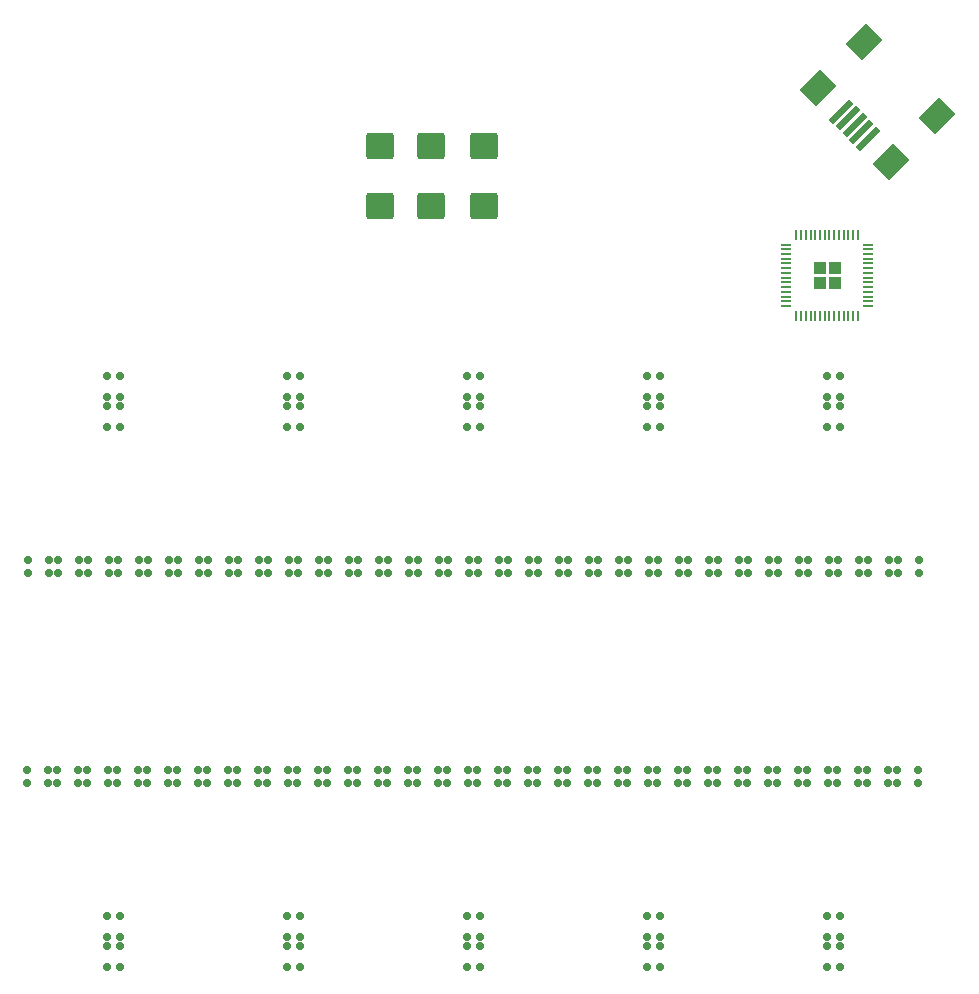
<source format=gtp>
%TF.GenerationSoftware,KiCad,Pcbnew,7.0.5-0*%
%TF.CreationDate,2023-06-16T23:12:01-07:00*%
%TF.ProjectId,Jumperless2,4a756d70-6572-46c6-9573-73322e6b6963,rev?*%
%TF.SameCoordinates,Original*%
%TF.FileFunction,Paste,Top*%
%TF.FilePolarity,Positive*%
%FSLAX46Y46*%
G04 Gerber Fmt 4.6, Leading zero omitted, Abs format (unit mm)*
G04 Created by KiCad (PCBNEW 7.0.5-0) date 2023-06-16 23:12:01*
%MOMM*%
%LPD*%
G01*
G04 APERTURE LIST*
G04 Aperture macros list*
%AMRoundRect*
0 Rectangle with rounded corners*
0 $1 Rounding radius*
0 $2 $3 $4 $5 $6 $7 $8 $9 X,Y pos of 4 corners*
0 Add a 4 corners polygon primitive as box body*
4,1,4,$2,$3,$4,$5,$6,$7,$8,$9,$2,$3,0*
0 Add four circle primitives for the rounded corners*
1,1,$1+$1,$2,$3*
1,1,$1+$1,$4,$5*
1,1,$1+$1,$6,$7*
1,1,$1+$1,$8,$9*
0 Add four rect primitives between the rounded corners*
20,1,$1+$1,$2,$3,$4,$5,0*
20,1,$1+$1,$4,$5,$6,$7,0*
20,1,$1+$1,$6,$7,$8,$9,0*
20,1,$1+$1,$8,$9,$2,$3,0*%
%AMRotRect*
0 Rectangle, with rotation*
0 The origin of the aperture is its center*
0 $1 length*
0 $2 width*
0 $3 Rotation angle, in degrees counterclockwise*
0 Add horizontal line*
21,1,$1,$2,0,0,$3*%
G04 Aperture macros list end*
%ADD10RoundRect,0.150000X0.150000X0.200000X-0.150000X0.200000X-0.150000X-0.200000X0.150000X-0.200000X0*%
%ADD11RoundRect,0.150000X-0.200000X0.150000X-0.200000X-0.150000X0.200000X-0.150000X0.200000X0.150000X0*%
%ADD12RotRect,0.500000X2.500000X135.000000*%
%ADD13RotRect,2.000000X2.500000X135.000000*%
%ADD14RoundRect,0.250000X-0.925000X0.875000X-0.925000X-0.875000X0.925000X-0.875000X0.925000X0.875000X0*%
%ADD15RoundRect,0.250000X-0.292217X-0.292217X0.292217X-0.292217X0.292217X0.292217X-0.292217X0.292217X0*%
%ADD16RoundRect,0.050000X-0.387500X-0.050000X0.387500X-0.050000X0.387500X0.050000X-0.387500X0.050000X0*%
%ADD17RoundRect,0.050000X-0.050000X-0.387500X0.050000X-0.387500X0.050000X0.387500X-0.050000X0.387500X0*%
G04 APERTURE END LIST*
D10*
X95824600Y-151679400D03*
X95824600Y-150579400D03*
X94046600Y-150579400D03*
X94046600Y-151679400D03*
X55110400Y-169458800D03*
X55110400Y-168358800D03*
X53332400Y-168358800D03*
X53332400Y-169458800D03*
X88196800Y-151680600D03*
X88196800Y-150580600D03*
X86418800Y-150580600D03*
X86418800Y-151680600D03*
X100904600Y-151679400D03*
X100904600Y-150579400D03*
X99126600Y-150579400D03*
X99126600Y-151679400D03*
X44950400Y-169458800D03*
X44950400Y-168358800D03*
X43172400Y-168358800D03*
X43172400Y-169458800D03*
X113571400Y-169459400D03*
X113571400Y-168359400D03*
X111793400Y-168359400D03*
X111793400Y-169459400D03*
X52570400Y-169458800D03*
X52570400Y-168358800D03*
X50792400Y-168358800D03*
X50792400Y-169458800D03*
D11*
X61180000Y-137541000D03*
X60080000Y-137541000D03*
X60080000Y-139319000D03*
X61180000Y-139319000D03*
D10*
X47490400Y-169458800D03*
X47490400Y-168358800D03*
X45712400Y-168358800D03*
X45712400Y-169458800D03*
D11*
X91660000Y-180721000D03*
X90560000Y-180721000D03*
X90560000Y-182499000D03*
X91660000Y-182499000D03*
D10*
X67876800Y-151680600D03*
X67876800Y-150580600D03*
X66098800Y-150580600D03*
X66098800Y-151680600D03*
X65329000Y-151680600D03*
X65329000Y-150580600D03*
X63551000Y-150580600D03*
X63551000Y-151680600D03*
D11*
X76420000Y-135001000D03*
X75320000Y-135001000D03*
X75320000Y-136779000D03*
X76420000Y-136779000D03*
D10*
X42410400Y-169458800D03*
X42410400Y-168358800D03*
X40632400Y-168358800D03*
X40632400Y-169458800D03*
D11*
X45939400Y-180721000D03*
X44839400Y-180721000D03*
X44839400Y-182499000D03*
X45939400Y-182499000D03*
D10*
X60240200Y-151680000D03*
X60240200Y-150580000D03*
X58462200Y-150580000D03*
X58462200Y-151680000D03*
X70416800Y-151680600D03*
X70416800Y-150580600D03*
X68638800Y-150580600D03*
X68638800Y-151680600D03*
X108524600Y-151679400D03*
X108524600Y-150579400D03*
X106746600Y-150579400D03*
X106746600Y-151679400D03*
X108491400Y-169459400D03*
X108491400Y-168359400D03*
X106713400Y-168359400D03*
X106713400Y-169459400D03*
D11*
X91660000Y-183261000D03*
X90560000Y-183261000D03*
X90560000Y-185039000D03*
X91660000Y-185039000D03*
X91660000Y-135001000D03*
X90560000Y-135001000D03*
X90560000Y-136779000D03*
X91660000Y-136779000D03*
D10*
X39862600Y-169458800D03*
X39862600Y-168358800D03*
X38084600Y-168358800D03*
X38084600Y-169458800D03*
X57700200Y-151680000D03*
X57700200Y-150580000D03*
X55922200Y-150580000D03*
X55922200Y-151680000D03*
X83067000Y-169460600D03*
X83067000Y-168360600D03*
X81289000Y-168360600D03*
X81289000Y-169460600D03*
D12*
X109294393Y-114913348D03*
X108728708Y-114347663D03*
X108163022Y-113781978D03*
X107597337Y-113216292D03*
X107031652Y-112650607D03*
D13*
X111274292Y-116893247D03*
X115163380Y-113004160D03*
X105051753Y-110670708D03*
X108940840Y-106781620D03*
D10*
X113604600Y-151679400D03*
X113604600Y-150579400D03*
X111826600Y-150579400D03*
X111826600Y-151679400D03*
D11*
X106900000Y-183261000D03*
X105800000Y-183261000D03*
X105800000Y-185039000D03*
X106900000Y-185039000D03*
D10*
X50030400Y-169458800D03*
X50030400Y-168358800D03*
X48252400Y-168358800D03*
X48252400Y-169458800D03*
X39920200Y-151680000D03*
X39920200Y-150580000D03*
X38142200Y-150580000D03*
X38142200Y-151680000D03*
X65278200Y-169459400D03*
X65278200Y-168359400D03*
X63500200Y-168359400D03*
X63500200Y-169459400D03*
X45000200Y-151680000D03*
X45000200Y-150580000D03*
X43222200Y-150580000D03*
X43222200Y-151680000D03*
X85607000Y-169460600D03*
X85607000Y-168360600D03*
X83829000Y-168360600D03*
X83829000Y-169460600D03*
D14*
X67996000Y-115560000D03*
X67996000Y-120660000D03*
X72314000Y-115560000D03*
X72314000Y-120660000D03*
D11*
X106900000Y-180721000D03*
X105800000Y-180721000D03*
X105800000Y-182499000D03*
X106900000Y-182499000D03*
D10*
X52620200Y-151680000D03*
X52620200Y-150580000D03*
X50842200Y-150580000D03*
X50842200Y-151680000D03*
X60190400Y-169458800D03*
X60190400Y-168358800D03*
X58412400Y-168358800D03*
X58412400Y-169458800D03*
D11*
X76420000Y-137541000D03*
X75320000Y-137541000D03*
X75320000Y-139319000D03*
X76420000Y-139319000D03*
D10*
X98331400Y-169459400D03*
X98331400Y-168359400D03*
X96553400Y-168359400D03*
X96553400Y-169459400D03*
X80576800Y-151680600D03*
X80576800Y-150580600D03*
X78798800Y-150580600D03*
X78798800Y-151680600D03*
X77987000Y-169460600D03*
X77987000Y-168360600D03*
X76209000Y-168360600D03*
X76209000Y-169460600D03*
X90736800Y-151679400D03*
X90736800Y-150579400D03*
X88958800Y-150579400D03*
X88958800Y-151679400D03*
X98364600Y-151679400D03*
X98364600Y-150579400D03*
X96586600Y-150579400D03*
X96586600Y-151679400D03*
X83116800Y-151680600D03*
X83116800Y-150580600D03*
X81338800Y-150580600D03*
X81338800Y-151680600D03*
X103411400Y-169459400D03*
X103411400Y-168359400D03*
X101633400Y-168359400D03*
X101633400Y-169459400D03*
X62730400Y-169458800D03*
X62730400Y-168358800D03*
X60952400Y-168358800D03*
X60952400Y-169458800D03*
X88154800Y-169460600D03*
X88154800Y-168360600D03*
X86376800Y-168360600D03*
X86376800Y-169460600D03*
X93251400Y-169459400D03*
X93251400Y-168359400D03*
X91473400Y-168359400D03*
X91473400Y-169459400D03*
X67827000Y-169460600D03*
X67827000Y-168360600D03*
X66049000Y-168360600D03*
X66049000Y-169460600D03*
X62780200Y-151680000D03*
X62780200Y-150580000D03*
X61002200Y-150580000D03*
X61002200Y-151680000D03*
X75496800Y-151680600D03*
X75496800Y-150580600D03*
X73718800Y-150580600D03*
X73718800Y-151680600D03*
X50080200Y-151680000D03*
X50080200Y-150580000D03*
X48302200Y-150580000D03*
X48302200Y-151680000D03*
X100871400Y-169459400D03*
X100871400Y-168359400D03*
X99093400Y-168359400D03*
X99093400Y-169459400D03*
X78036800Y-151680600D03*
X78036800Y-150580600D03*
X76258800Y-150580600D03*
X76258800Y-151680600D03*
X85656800Y-151680600D03*
X85656800Y-150580600D03*
X83878800Y-150580600D03*
X83878800Y-151680600D03*
X75447000Y-169460600D03*
X75447000Y-168360600D03*
X73669000Y-168360600D03*
X73669000Y-169460600D03*
X95791400Y-169459400D03*
X95791400Y-168359400D03*
X94013400Y-168359400D03*
X94013400Y-169459400D03*
X70367000Y-169460600D03*
X70367000Y-168360600D03*
X68589000Y-168360600D03*
X68589000Y-169460600D03*
X72956800Y-151680600D03*
X72956800Y-150580600D03*
X71178800Y-150580600D03*
X71178800Y-151680600D03*
D11*
X91660000Y-137541000D03*
X90560000Y-137541000D03*
X90560000Y-139319000D03*
X91660000Y-139319000D03*
D10*
X57650400Y-169458800D03*
X57650400Y-168358800D03*
X55872400Y-168358800D03*
X55872400Y-169458800D03*
X47540200Y-151680000D03*
X47540200Y-150580000D03*
X45762200Y-150580000D03*
X45762200Y-151680000D03*
D11*
X45940000Y-137541000D03*
X44840000Y-137541000D03*
X44840000Y-139319000D03*
X45940000Y-139319000D03*
D10*
X55160200Y-151680000D03*
X55160200Y-150580000D03*
X53382200Y-150580000D03*
X53382200Y-151680000D03*
D11*
X45940000Y-135001000D03*
X44840000Y-135001000D03*
X44840000Y-136779000D03*
X45940000Y-136779000D03*
D10*
X72907000Y-169460600D03*
X72907000Y-168360600D03*
X71129000Y-168360600D03*
X71129000Y-169460600D03*
X42460200Y-151680000D03*
X42460200Y-150580000D03*
X40682200Y-150580000D03*
X40682200Y-151680000D03*
X105984600Y-151679400D03*
X105984600Y-150579400D03*
X104206600Y-150579400D03*
X104206600Y-151679400D03*
X90703600Y-169459400D03*
X90703600Y-168359400D03*
X88925600Y-168359400D03*
X88925600Y-169459400D03*
X93284600Y-151679400D03*
X93284600Y-150579400D03*
X91506600Y-150579400D03*
X91506600Y-151679400D03*
X105951400Y-169459400D03*
X105951400Y-168359400D03*
X104173400Y-168359400D03*
X104173400Y-169459400D03*
D14*
X76759000Y-115560000D03*
X76759000Y-120660000D03*
D10*
X80527000Y-169460600D03*
X80527000Y-168360600D03*
X78749000Y-168360600D03*
X78749000Y-169460600D03*
D11*
X45940000Y-183261000D03*
X44840000Y-183261000D03*
X44840000Y-185039000D03*
X45940000Y-185039000D03*
X61180000Y-180721000D03*
X60080000Y-180721000D03*
X60080000Y-182499000D03*
X61180000Y-182499000D03*
X61180000Y-135001000D03*
X60080000Y-135001000D03*
X60080000Y-136779000D03*
X61180000Y-136779000D03*
X76420000Y-180721000D03*
X75320000Y-180721000D03*
X75320000Y-182499000D03*
X76420000Y-182499000D03*
D10*
X103444600Y-151679400D03*
X103444600Y-150579400D03*
X101666600Y-150579400D03*
X101666600Y-151679400D03*
D11*
X61180000Y-183261000D03*
X60080000Y-183261000D03*
X60080000Y-185039000D03*
X61180000Y-185039000D03*
X76420000Y-183261000D03*
X75320000Y-183261000D03*
X75320000Y-185039000D03*
X76420000Y-185039000D03*
D15*
X105199500Y-125854500D03*
X105199500Y-127129500D03*
X106474500Y-125854500D03*
X106474500Y-127129500D03*
D16*
X102399500Y-123892000D03*
X102399500Y-124292000D03*
X102399500Y-124692000D03*
X102399500Y-125092000D03*
X102399500Y-125492000D03*
X102399500Y-125892000D03*
X102399500Y-126292000D03*
X102399500Y-126692000D03*
X102399500Y-127092000D03*
X102399500Y-127492000D03*
X102399500Y-127892000D03*
X102399500Y-128292000D03*
X102399500Y-128692000D03*
X102399500Y-129092000D03*
D17*
X103237000Y-129929500D03*
X103637000Y-129929500D03*
X104037000Y-129929500D03*
X104437000Y-129929500D03*
X104837000Y-129929500D03*
X105237000Y-129929500D03*
X105637000Y-129929500D03*
X106037000Y-129929500D03*
X106437000Y-129929500D03*
X106837000Y-129929500D03*
X107237000Y-129929500D03*
X107637000Y-129929500D03*
X108037000Y-129929500D03*
X108437000Y-129929500D03*
D16*
X109274500Y-129092000D03*
X109274500Y-128692000D03*
X109274500Y-128292000D03*
X109274500Y-127892000D03*
X109274500Y-127492000D03*
X109274500Y-127092000D03*
X109274500Y-126692000D03*
X109274500Y-126292000D03*
X109274500Y-125892000D03*
X109274500Y-125492000D03*
X109274500Y-125092000D03*
X109274500Y-124692000D03*
X109274500Y-124292000D03*
X109274500Y-123892000D03*
D17*
X108437000Y-123054500D03*
X108037000Y-123054500D03*
X107637000Y-123054500D03*
X107237000Y-123054500D03*
X106837000Y-123054500D03*
X106437000Y-123054500D03*
X106037000Y-123054500D03*
X105637000Y-123054500D03*
X105237000Y-123054500D03*
X104837000Y-123054500D03*
X104437000Y-123054500D03*
X104037000Y-123054500D03*
X103637000Y-123054500D03*
X103237000Y-123054500D03*
D11*
X106900000Y-135001000D03*
X105800000Y-135001000D03*
X105800000Y-136779000D03*
X106900000Y-136779000D03*
D10*
X111064600Y-151679400D03*
X111064600Y-150579400D03*
X109286600Y-150579400D03*
X109286600Y-151679400D03*
D11*
X106900000Y-137541000D03*
X105800000Y-137541000D03*
X105800000Y-139319000D03*
X106900000Y-139319000D03*
D10*
X111031400Y-169459400D03*
X111031400Y-168359400D03*
X109253400Y-168359400D03*
X109253400Y-169459400D03*
M02*

</source>
